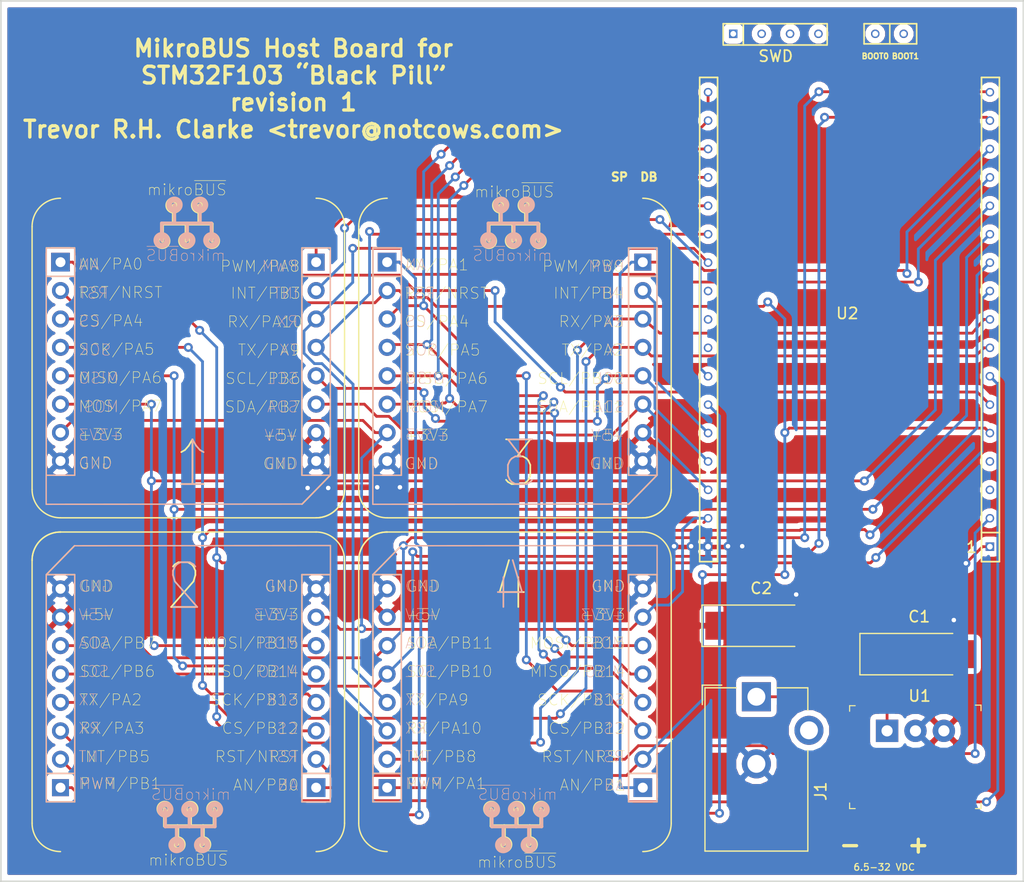
<source format=kicad_pcb>
(kicad_pcb (version 20171130) (host pcbnew "(5.0.1-3-g963ef8bb5)")
  (layers (0 F.Cu signal) (31 B.Cu signal) (34 B.Paste user) (35 F.Paste user) (36 B.SilkS user hide) (37 F.SilkS user) (38 B.Mask user) (39 F.Mask user) (44 Edge.Cuts user))
  (net 0 "")
  (net 1 "Net-(CON1-PadP2)")
  (net 2 +3V3)
  (net 3 GND)
  (net 4 +5V)
  (net 5 /TX1)
  (net 6 /RX1)
  (net 7 /RX2)
  (net 8 /TX2)
  (net 9 "Net-(C1-Pad1)")
  (net 10 "Net-(U2-Pad3)")
  (net 11 "Net-(U2-Pad4)")
  (net 12 "Net-(U2-Pad25)")
  (net 13 "Net-(U2-Pad26)")
  (net 14 "Net-(U2-Pad27)")
  (net 15 "Net-(U2-Pad35)")
  (net 16 "Net-(U2-Pad36)")
  (net 17 "Net-(U2-Pad37)")
  (net 18 "Net-(U2-Pad38)")
  (net 19 /MOSI1)
  (net 20 /MISO1)
  (net 21 /SCK1)
  (net 22 /SS1)
  (net 23 /MOSI2)
  (net 24 /MISO2)
  (net 25 /SCK2)
  (net 26 /SS2)
  (net 27 /SDA2)
  (net 28 /SCL2)
  (net 29 /A4)
  (net 30 /A3)
  (net 31 /A2)
  (net 32 /A1)
  (net 33 /SDA1)
  (net 34 /SCL1)
  (net 35 /I3)
  (net 36 /I2)
  (net 37 /I1)
  (net 38 /PWM1)
  (net 39 /I4)
  (module stmicro:BlackPill (layer F.Cu) (at 126.492 94.488 180)
    (fp_text reference U2 (at 0 0.5 180) (layer F.SilkS))
    (fp_text value BlackPill)
    (fp_text user BOOT1 (at -5.2 23.5 180) (layer F.SilkS) (effects (font (size 0.5 0.5) (thickness 0.125))))
    (fp_text user BOOT0 (at -2.5 23.5 180) (layer F.SilkS) (effects (font (size 0.5 0.5) (thickness 0.125))))
    (fp_text user 1 (at -11.1 -20.4 180) (layer F.SilkS))
    (fp_text user SWD (at 6.4 23.5 180) (layer F.SilkS))
    (pad 40 thru_hole circle (at -5.04 25.5 180) (size 0.762 0.762) (drill 0.508) (layers *.Cu *.Mask))
    (pad 39 thru_hole circle (at -2.5 25.5 180) (size 0.762 0.762) (drill 0.508) (layers *.Cu *.Mask))
    (pad 38 thru_hole circle (at 2.58 25.5 180) (size 0.762 0.762) (drill 0.508) (layers *.Cu *.Mask) (net 18 "Net-(U2-Pad38)"))
    (pad 37 thru_hole circle (at 5.12 25.5 180) (size 0.762 0.762) (drill 0.508) (layers *.Cu *.Mask) (net 17 "Net-(U2-Pad37)"))
    (pad 36 thru_hole circle (at 7.66 25.5 180) (size 0.762 0.762) (drill 0.508) (layers *.Cu *.Mask) (net 16 "Net-(U2-Pad36)"))
    (pad 1 thru_hole rect (at -12.75 -20.36 180) (size 0.762 0.762) (drill 0.508) (layers *.Cu *.Mask) (net 3 GND))
    (pad 35 thru_hole rect (at 10.2 25.5 180) (size 0.762 0.762) (drill 0.508) (layers *.Cu *.Mask) (net 15 "Net-(U2-Pad35)"))
    (pad 2 thru_hole circle (at -12.75 -17.82 180) (size 0.762 0.762) (drill 0.508) (layers *.Cu *.Mask) (net 39 /I4))
    (pad 18 thru_hole circle (at 12.45 20.28 180) (size 0.762 0.762) (drill 0.508) (layers *.Cu *.Mask) (net 26 /SS2))
    (pad 19 thru_hole circle (at 12.45 17.74 180) (size 0.762 0.762) (drill 0.508) (layers *.Cu *.Mask) (net 25 /SCK2))
    (pad 20 thru_hole circle (at 12.45 15.2 180) (size 0.762 0.762) (drill 0.508) (layers *.Cu *.Mask) (net 24 /MISO2))
    (pad 21 thru_hole circle (at 12.45 12.66 180) (size 0.762 0.762) (drill 0.508) (layers *.Cu *.Mask) (net 23 /MOSI2))
    (pad 22 thru_hole circle (at 12.45 10.12 180) (size 0.762 0.762) (drill 0.508) (layers *.Cu *.Mask) (net 38 /PWM1))
    (pad 23 thru_hole circle (at 12.45 7.58 180) (size 0.762 0.762) (drill 0.508) (layers *.Cu *.Mask) (net 5 /TX1))
    (pad 24 thru_hole circle (at 12.45 5.04 180) (size 0.762 0.762) (drill 0.508) (layers *.Cu *.Mask) (net 6 /RX1))
    (pad 25 thru_hole circle (at 12.45 2.5 180) (size 0.762 0.762) (drill 0.508) (layers *.Cu *.Mask) (net 12 "Net-(U2-Pad25)"))
    (pad 26 thru_hole circle (at 12.45 -0.04 180) (size 0.762 0.762) (drill 0.508) (layers *.Cu *.Mask) (net 13 "Net-(U2-Pad26)"))
    (pad 27 thru_hole circle (at 12.45 -2.58 180) (size 0.762 0.762) (drill 0.508) (layers *.Cu *.Mask) (net 14 "Net-(U2-Pad27)"))
    (pad 28 thru_hole circle (at 12.45 -5.12 180) (size 0.762 0.762) (drill 0.508) (layers *.Cu *.Mask) (net 37 /I1))
    (pad 29 thru_hole circle (at 12.45 -7.66 180) (size 0.762 0.762) (drill 0.508) (layers *.Cu *.Mask) (net 36 /I2))
    (pad 30 thru_hole circle (at 12.45 -10.2 180) (size 0.762 0.762) (drill 0.508) (layers *.Cu *.Mask) (net 35 /I3))
    (pad 31 thru_hole circle (at 12.45 -12.74 180) (size 0.762 0.762) (drill 0.508) (layers *.Cu *.Mask) (net 34 /SCL1))
    (pad 32 thru_hole circle (at 12.45 -15.28 180) (size 0.762 0.762) (drill 0.508) (layers *.Cu *.Mask) (net 33 /SDA1))
    (pad 33 thru_hole circle (at 12.45 -17.82 180) (size 0.762 0.762) (drill 0.508) (layers *.Cu *.Mask) (net 2 +3V3))
    (pad 34 thru_hole rect (at 12.45 -20.36 180) (size 0.762 0.762) (drill 0.508) (layers *.Cu *.Mask) (net 3 GND))
    (pad 3 thru_hole circle (at -12.75 -15.28 180) (size 0.762 0.762) (drill 0.508) (layers *.Cu *.Mask) (net 10 "Net-(U2-Pad3)"))
    (pad 4 thru_hole circle (at -12.75 -12.74 180) (size 0.762 0.762) (drill 0.508) (layers *.Cu *.Mask) (net 11 "Net-(U2-Pad4)"))
    (pad 5 thru_hole circle (at -12.75 -10.2 180) (size 0.762 0.762) (drill 0.508) (layers *.Cu *.Mask) (net 1 "Net-(CON1-PadP2)"))
    (pad 6 thru_hole circle (at -12.75 -7.66 180) (size 0.762 0.762) (drill 0.508) (layers *.Cu *.Mask) (net 32 /A1))
    (pad 7 thru_hole circle (at -12.75 -5.12 180) (size 0.762 0.762) (drill 0.508) (layers *.Cu *.Mask) (net 31 /A2))
    (pad 8 thru_hole circle (at -12.75 -2.58 180) (size 0.762 0.762) (drill 0.508) (layers *.Cu *.Mask) (net 8 /TX2))
    (pad 9 thru_hole circle (at -12.75 -0.04 180) (size 0.762 0.762) (drill 0.508) (layers *.Cu *.Mask) (net 7 /RX2))
    (pad 10 thru_hole circle (at -12.75 2.5 180) (size 0.762 0.762) (drill 0.508) (layers *.Cu *.Mask) (net 22 /SS1))
    (pad 11 thru_hole circle (at -12.75 5.04 180) (size 0.762 0.762) (drill 0.508) (layers *.Cu *.Mask) (net 21 /SCK1))
    (pad 12 thru_hole circle (at -12.75 7.58 180) (size 0.762 0.762) (drill 0.508) (layers *.Cu *.Mask) (net 20 /MISO1))
    (pad 13 thru_hole circle (at -12.75 10.12 180) (size 0.762 0.762) (drill 0.508) (layers *.Cu *.Mask) (net 19 /MOSI1))
    (pad 14 thru_hole circle (at -12.75 12.66 180) (size 0.762 0.762) (drill 0.508) (layers *.Cu *.Mask) (net 30 /A3))
    (pad 15 thru_hole circle (at -12.75 15.2 180) (size 0.762 0.762) (drill 0.508) (layers *.Cu *.Mask) (net 29 /A4))
    (pad 16 thru_hole circle (at -12.75 17.74 180) (size 0.762 0.762) (drill 0.508) (layers *.Cu *.Mask) (net 28 /SCL2))
    (pad 17 thru_hole circle (at -12.75 20.28 180) (size 0.762 0.762) (drill 0.508) (layers *.Cu *.Mask) (net 27 /SDA2))
  )
  (module Capacitors_Tantalum_SMD:CP_Tantalum_Case-C_EIA-6032-28_Hand (layer F.Cu) (at 118.795 121.92)
    (fp_text reference C2 (at 0 -3.35) (layer F.SilkS))
    (fp_text value 22u/16V)
    (pad 1 smd rect (at -3.125 0) (size 3.75 2.5) (layers F.Cu F.Paste F.Mask) (net 4 +5V))
    (pad 2 smd rect (at 3.125 0) (size 3.75 2.5) (layers F.Cu F.Paste F.Mask) (net 3 GND))
  )
  (module Capacitors_Tantalum_SMD:CP_Tantalum_Case-C_EIA-6032-28_Hand (layer F.Cu) (at 132.919 124.46)
    (fp_text reference C1 (at 0 -3.35) (layer F.SilkS))
    (fp_text value 10u/50V)
    (pad 2 smd rect (at 3.125 0) (size 3.75 2.5) (layers F.Cu F.Paste F.Mask) (net 3 GND))
    (pad 1 smd rect (at -3.125 0) (size 3.75 2.5) (layers F.Cu F.Paste F.Mask) (net 9 "Net-(C1-Pad1)"))
  )
  (module Connect:Barrel_Jack_CUI_PJ-102AH (layer F.Cu) (at 118.364 128.27)
    (fp_text reference J1 (at 5.75 8.45 90) (layer F.SilkS))
    (fp_text value "6.5-32 VDC")
    (pad 3 thru_hole circle (at 4.7 3) (size 2.6 2.6) (drill 1.6) (layers *.Cu *.Mask))
    (pad 2 thru_hole circle (at 0 6) (size 2.6 2.6) (drill 1.6) (layers *.Cu *.Mask) (net 3 GND))
    (pad 1 thru_hole rect (at 0 0) (size 2.6 2.6) (drill 1.6) (layers *.Cu *.Mask) (net 9 "Net-(C1-Pad1)"))
  )
  (module digikey-footprints:3-SIP_Module_V7805-1000 (layer F.Cu) (at 130.048 131.318)
    (fp_text reference U1 (at 2.91 -3.12) (layer F.SilkS))
    (fp_text value V7805-1000)
    (pad 1 thru_hole rect (at 0 0) (size 2 2) (drill 1) (layers *.Cu *.Mask) (net 9 "Net-(C1-Pad1)"))
    (pad 2 thru_hole circle (at 2.54 0) (size 2 2) (drill 1) (layers *.Cu *.Mask) (net 3 GND))
    (pad 3 thru_hole circle (at 5.08 0) (size 2 2) (drill 1) (layers *.Cu *.Mask) (net 4 +5V))
  )
  (module mikroBUS:MIKROBUS_HOST_CONN (layer F.Cu) (at 108.204 136.398 180)
    (fp_text reference CON4 hide)
    (fp_text value 4 (at 11.8 18 180) (layer F.SilkS) (effects (font (size 4 3.5))))
    (fp_text user 4 (at 11.8 18 180) (layer B.SilkS) (effects (font (size 4 3.5)) (justify mirror)))
    (fp_text user PWM (at 19.6248 0.362 180) (layer B.SilkS) (effects (font (thickness 0.05)) (justify mirror)))
    (fp_text user INT (at 20.1248 2.775 180) (layer B.SilkS) (effects (font (thickness 0.05)) (justify mirror)))
    (fp_text user RX (at 20.291466 5.315 180) (layer B.SilkS) (effects (font (thickness 0.05)) (justify mirror)))
    (fp_text user TX (at 20.410514 7.855 180) (layer B.SilkS) (effects (font (thickness 0.05)) (justify mirror)))
    (fp_text user SCL (at 19.886704 10.395 180) (layer B.SilkS) (effects (font (thickness 0.05)) (justify mirror)))
    (fp_text user SDA (at 19.862895 12.935 180) (layer B.SilkS) (effects (font (thickness 0.05)) (justify mirror)))
    (fp_text user +5V (at 19.743847 15.475 180) (layer B.SilkS) (effects (font (thickness 0.05)) (justify mirror)))
    (fp_text user GND (at 19.743847 18.015 180) (layer B.SilkS) (effects (font (thickness 0.05)) (justify mirror)))
    (fp_text user GND (at 3.119619 18.015 180) (layer B.SilkS) (effects (font (thickness 0.05)) (justify mirror)))
    (fp_text user +3V3 (at 3.59581 15.4496 180) (layer B.SilkS) (effects (font (thickness 0.05)) (justify mirror)))
    (fp_text user MOSI (at 3.405334 12.935 180) (layer B.SilkS) (effects (font (thickness 0.05)) (justify mirror)))
    (fp_text user MISO (at 3.405334 10.3696 180) (layer B.SilkS) (effects (font (thickness 0.05)) (justify mirror)))
    (fp_text user SCK (at 3.072 7.855 180) (layer B.SilkS) (effects (font (thickness 0.05)) (justify mirror)))
    (fp_text user CS (at 2.572 5.2896 180) (layer B.SilkS) (effects (font (thickness 0.05)) (justify mirror)))
    (fp_text user RST (at 2.952953 2.775 180) (layer B.SilkS) (effects (font (thickness 0.05)) (justify mirror)))
    (fp_text user AN (at 2.548191 0.235 180) (layer B.SilkS) (effects (font (thickness 0.05)) (justify mirror)))
    (fp_text user mikro~BUS (at 11.2 -0.6 180) (layer B.SilkS) (effects (font (thickness 0.05)) (justify mirror)))
    (fp_text user mikro~BUS (at 11.2395 -6.6675 180) (layer F.SilkS) (effects (font (thickness 0.05))))
    (fp_text user PWM/PA1 (at 17.568962 0.362 180) (layer F.SilkS) (effects (font (thickness 0.05))))
    (fp_text user INT/PB8 (at 17.997533 2.775 180) (layer F.SilkS) (effects (font (thickness 0.05))))
    (fp_text user RX/PA10 (at 17.759438 5.315 180) (layer F.SilkS) (effects (font (thickness 0.05))))
    (fp_text user TX/PA9 (at 18.354676 7.855 180) (layer F.SilkS) (effects (font (thickness 0.05))))
    (fp_text user SCL/PB10 (at 17.283247 10.395 180) (layer F.SilkS) (effects (font (thickness 0.05))))
    (fp_text user SDA/PB11 (at 17.259438 12.935 180) (layer F.SilkS) (effects (font (thickness 0.05))))
    (fp_text user +5V (at 19.616581 15.475 180) (layer F.SilkS) (effects (font (thickness 0.05))))
    (fp_text user GND (at 19.616581 18.015 180) (layer F.SilkS) (effects (font (thickness 0.05))))
    (fp_text user GND (at 3.063809 18.015 180) (layer F.SilkS) (effects (font (thickness 0.05))))
    (fp_text user +3V3 (at 3.54 15.475 180) (layer F.SilkS) (effects (font (thickness 0.05))))
    (fp_text user MOSI/PB15 (at 5.825715 12.935 180) (layer F.SilkS) (effects (font (thickness 0.05))))
    (fp_text user MISO/PB14 (at 5.825715 10.395 180) (layer F.SilkS) (effects (font (thickness 0.05))))
    (fp_text user SCK/PB13 (at 5.492381 7.855 180) (layer F.SilkS) (effects (font (thickness 0.05))))
    (fp_text user CS/PB12 (at 4.992381 5.315 180) (layer F.SilkS) (effects (font (thickness 0.05))))
    (fp_text user RST/NRST (at 5.301905 2.775 180) (layer F.SilkS) (effects (font (thickness 0.05))))
    (fp_text user AN/PB1 (at 4.492381 0.235 180) (layer F.SilkS) (effects (font (thickness 0.05))))
    (pad P16 thru_hole rect (at 22.86 0 180) (size 1.524 1.524) (drill 0.889) (layers *.Cu *.Mask) (net 31 /A2))
    (pad P15 thru_hole circle (at 22.86 2.54 180) (size 1.524 1.524) (drill 0.889) (layers *.Cu *.Mask) (net 39 /I4))
    (pad P14 thru_hole circle (at 22.86 5.08 180) (size 1.524 1.524) (drill 0.889) (layers *.Cu *.Mask) (net 6 /RX1))
    (pad P13 thru_hole circle (at 22.86 7.62 180) (size 1.524 1.524) (drill 0.889) (layers *.Cu *.Mask) (net 5 /TX1))
    (pad P12 thru_hole circle (at 22.86 10.16 180) (size 1.524 1.524) (drill 0.889) (layers *.Cu *.Mask) (net 28 /SCL2))
    (pad P11 thru_hole circle (at 22.86 12.7 180) (size 1.524 1.524) (drill 0.889) (layers *.Cu *.Mask) (net 27 /SDA2))
    (pad P10 thru_hole circle (at 22.86 15.24 180) (size 1.524 1.524) (drill 0.889) (layers *.Cu *.Mask) (net 4 +5V))
    (pad P9 thru_hole circle (at 22.86 17.78 180) (size 1.524 1.524) (drill 0.889) (layers *.Cu *.Mask) (net 3 GND))
    (pad P8 thru_hole circle (at 0 17.78 180) (size 1.524 1.524) (drill 0.889) (layers *.Cu *.Mask) (net 3 GND))
    (pad P7 thru_hole circle (at 0 15.24 180) (size 1.524 1.524) (drill 0.889) (layers *.Cu *.Mask) (net 2 +3V3))
    (pad P6 thru_hole circle (at 0 12.7 180) (size 1.524 1.524) (drill 0.889) (layers *.Cu *.Mask) (net 23 /MOSI2))
    (pad P5 thru_hole circle (at 0 10.16 180) (size 1.524 1.524) (drill 0.889) (layers *.Cu *.Mask) (net 24 /MISO2))
    (pad P4 thru_hole circle (at 0 7.62 180) (size 1.524 1.524) (drill 0.889) (layers *.Cu *.Mask) (net 25 /SCK2))
    (pad P3 thru_hole circle (at 0 5.08 180) (size 1.524 1.524) (drill 0.889) (layers *.Cu *.Mask) (net 26 /SS2))
    (pad P2 thru_hole circle (at 0 2.54 180) (size 1.524 1.524) (drill 0.889) (layers *.Cu *.Mask) (net 1 "Net-(CON1-PadP2)"))
    (pad P1 thru_hole rect (at 0 0 180) (size 1.6764 1.6764) (drill 0.889) (layers *.Cu *.Mask) (net 29 /A4))
  )
  (module mikroBUS:MIKROBUS_HOST_CONN (layer F.Cu) (at 85.344 89.408)
    (fp_text reference CON3 hide)
    (fp_text value 3 (at 11.8 18) (layer F.SilkS) (effects (font (size 4 3.5))))
    (fp_text user AN/PA1 (at 4.420952 0.235) (layer F.SilkS) (effects (font (thickness 0.05))))
    (fp_text user RST/NRST (at 5.301905 2.775) (layer F.SilkS) (effects (font (thickness 0.05))))
    (fp_text user CS/PA4 (at 4.444762 5.315) (layer F.SilkS) (effects (font (thickness 0.05))))
    (fp_text user SCK/PA5 (at 4.944762 7.855) (layer F.SilkS) (effects (font (thickness 0.05))))
    (fp_text user MISO/PA6 (at 5.278095 10.395) (layer F.SilkS) (effects (font (thickness 0.05))))
    (fp_text user MOSI/PA7 (at 5.278095 12.935) (layer F.SilkS) (effects (font (thickness 0.05))))
    (fp_text user +3V3 (at 3.54 15.475) (layer F.SilkS) (effects (font (thickness 0.05))))
    (fp_text user GND (at 3.063809 18.015) (layer F.SilkS) (effects (font (thickness 0.05))))
    (fp_text user GND (at 19.616581 18.015) (layer F.SilkS) (effects (font (thickness 0.05))))
    (fp_text user +5V (at 19.616581 15.475) (layer F.SilkS) (effects (font (thickness 0.05))))
    (fp_text user SDA/PB11 (at 17.259438 12.935) (layer F.SilkS) (effects (font (thickness 0.05))))
    (fp_text user SCL/PB10 (at 17.283248 10.395) (layer F.SilkS) (effects (font (thickness 0.05))))
    (fp_text user TX/PA2 (at 18.354676 7.855) (layer F.SilkS) (effects (font (thickness 0.05))))
    (fp_text user RX/PA3 (at 18.235629 5.315) (layer F.SilkS) (effects (font (thickness 0.05))))
    (fp_text user INT/PB4 (at 17.997534 2.775) (layer F.SilkS) (effects (font (thickness 0.05))))
    (fp_text user PWM/PB0 (at 17.497534 0.362) (layer F.SilkS) (effects (font (thickness 0.05))))
    (fp_text user mikro~BUS (at 11.3665 -6.2865) (layer F.SilkS) (effects (font (thickness 0.05))))
    (fp_text user mikro~BUS (at 11.2 -0.6) (layer B.SilkS) (effects (font (thickness 0.05)) (justify mirror)))
    (fp_text user AN (at 2.548191 0.235) (layer B.SilkS) (effects (font (thickness 0.05)) (justify mirror)))
    (fp_text user RST (at 2.952953 2.775) (layer B.SilkS) (effects (font (thickness 0.05)) (justify mirror)))
    (fp_text user CS (at 2.572 5.2896) (layer B.SilkS) (effects (font (thickness 0.05)) (justify mirror)))
    (fp_text user SCK (at 3.072 7.855) (layer B.SilkS) (effects (font (thickness 0.05)) (justify mirror)))
    (fp_text user MISO (at 3.405334 10.3696) (layer B.SilkS) (effects (font (thickness 0.05)) (justify mirror)))
    (fp_text user MOSI (at 3.405334 12.935) (layer B.SilkS) (effects (font (thickness 0.05)) (justify mirror)))
    (fp_text user +3V3 (at 3.59581 15.4496) (layer B.SilkS) (effects (font (thickness 0.05)) (justify mirror)))
    (fp_text user GND (at 3.119619 18.015) (layer B.SilkS) (effects (font (thickness 0.05)) (justify mirror)))
    (fp_text user GND (at 19.743847 18.015) (layer B.SilkS) (effects (font (thickness 0.05)) (justify mirror)))
    (fp_text user +5V (at 19.743847 15.475) (layer B.SilkS) (effects (font (thickness 0.05)) (justify mirror)))
    (fp_text user SDA (at 19.862895 12.935) (layer B.SilkS) (effects (font (thickness 0.05)) (justify mirror)))
    (fp_text user SCL (at 19.886704 10.395) (layer B.SilkS) (effects (font (thickness 0.05)) (justify mirror)))
    (fp_text user TX (at 20.410514 7.855) (layer B.SilkS) (effects (font (thickness 0.05)) (justify mirror)))
    (fp_text user RX (at 20.291466 5.315) (layer B.SilkS) (effects (font (thickness 0.05)) (justify mirror)))
    (fp_text user INT (at 20.1248 2.775) (layer B.SilkS) (effects (font (thickness 0.05)) (justify mirror)))
    (fp_text user PWM (at 19.6248 0.362) (layer B.SilkS) (effects (font (thickness 0.05)) (justify mirror)))
    (fp_text user 3 (at 11.8 18) (layer B.SilkS) (effects (font (size 4 3.5)) (justify mirror)))
    (pad P1 thru_hole rect (at 0 0) (size 1.6764 1.6764) (drill 0.889) (layers *.Cu *.Mask) (net 30 /A3))
    (pad P2 thru_hole circle (at 0 2.54) (size 1.524 1.524) (drill 0.889) (layers *.Cu *.Mask) (net 1 "Net-(CON1-PadP2)"))
    (pad P3 thru_hole circle (at 0 5.08) (size 1.524 1.524) (drill 0.889) (layers *.Cu *.Mask) (net 26 /SS2))
    (pad P4 thru_hole circle (at 0 7.62) (size 1.524 1.524) (drill 0.889) (layers *.Cu *.Mask) (net 25 /SCK2))
    (pad P5 thru_hole circle (at 0 10.16) (size 1.524 1.524) (drill 0.889) (layers *.Cu *.Mask) (net 24 /MISO2))
    (pad P6 thru_hole circle (at 0 12.7) (size 1.524 1.524) (drill 0.889) (layers *.Cu *.Mask) (net 23 /MOSI2))
    (pad P7 thru_hole circle (at 0 15.24) (size 1.524 1.524) (drill 0.889) (layers *.Cu *.Mask) (net 2 +3V3))
    (pad P8 thru_hole circle (at 0 17.78) (size 1.524 1.524) (drill 0.889) (layers *.Cu *.Mask) (net 3 GND))
    (pad P9 thru_hole circle (at 22.86 17.78) (size 1.524 1.524) (drill 0.889) (layers *.Cu *.Mask) (net 3 GND))
    (pad P10 thru_hole circle (at 22.86 15.24) (size 1.524 1.524) (drill 0.889) (layers *.Cu *.Mask) (net 4 +5V))
    (pad P11 thru_hole circle (at 22.86 12.7) (size 1.524 1.524) (drill 0.889) (layers *.Cu *.Mask) (net 33 /SDA1))
    (pad P12 thru_hole circle (at 22.86 10.16) (size 1.524 1.524) (drill 0.889) (layers *.Cu *.Mask) (net 34 /SCL1))
    (pad P13 thru_hole circle (at 22.86 7.62) (size 1.524 1.524) (drill 0.889) (layers *.Cu *.Mask) (net 8 /TX2))
    (pad P14 thru_hole circle (at 22.86 5.08) (size 1.524 1.524) (drill 0.889) (layers *.Cu *.Mask) (net 7 /RX2))
    (pad P15 thru_hole circle (at 22.86 2.54) (size 1.524 1.524) (drill 0.889) (layers *.Cu *.Mask) (net 35 /I3))
    (pad P16 thru_hole rect (at 22.86 0) (size 1.524 1.524) (drill 0.889) (layers *.Cu *.Mask) (net 29 /A4))
  )
  (module mikroBUS:MIKROBUS_HOST_CONN (layer F.Cu) (at 78.994 136.398 180)
    (fp_text reference CON2 hide)
    (fp_text value 2 (at 11.8 18 180) (layer F.SilkS) (effects (font (size 4 3.5))))
    (fp_text user 2 (at 11.8 18 180) (layer B.SilkS) (effects (font (size 4 3.5)) (justify mirror)))
    (fp_text user PWM (at 19.6248 0.362 180) (layer B.SilkS) (effects (font (thickness 0.05)) (justify mirror)))
    (fp_text user INT (at 20.1248 2.775 180) (layer B.SilkS) (effects (font (thickness 0.05)) (justify mirror)))
    (fp_text user RX (at 20.291466 5.315 180) (layer B.SilkS) (effects (font (thickness 0.05)) (justify mirror)))
    (fp_text user TX (at 20.410514 7.855 180) (layer B.SilkS) (effects (font (thickness 0.05)) (justify mirror)))
    (fp_text user SCL (at 19.886704 10.395 180) (layer B.SilkS) (effects (font (thickness 0.05)) (justify mirror)))
    (fp_text user SDA (at 19.862895 12.935 180) (layer B.SilkS) (effects (font (thickness 0.05)) (justify mirror)))
    (fp_text user +5V (at 19.743847 15.475 180) (layer B.SilkS) (effects (font (thickness 0.05)) (justify mirror)))
    (fp_text user GND (at 19.743847 18.015 180) (layer B.SilkS) (effects (font (thickness 0.05)) (justify mirror)))
    (fp_text user GND (at 3.119619 18.015 180) (layer B.SilkS) (effects (font (thickness 0.05)) (justify mirror)))
    (fp_text user +3V3 (at 3.59581 15.4496 180) (layer B.SilkS) (effects (font (thickness 0.05)) (justify mirror)))
    (fp_text user MOSI (at 3.405334 12.935 180) (layer B.SilkS) (effects (font (thickness 0.05)) (justify mirror)))
    (fp_text user MISO (at 3.405334 10.3696 180) (layer B.SilkS) (effects (font (thickness 0.05)) (justify mirror)))
    (fp_text user SCK (at 3.072 7.855 180) (layer B.SilkS) (effects (font (thickness 0.05)) (justify mirror)))
    (fp_text user CS (at 2.572 5.2896 180) (layer B.SilkS) (effects (font (thickness 0.05)) (justify mirror)))
    (fp_text user RST (at 2.952953 2.775 180) (layer B.SilkS) (effects (font (thickness 0.05)) (justify mirror)))
    (fp_text user AN (at 2.548191 0.235 180) (layer B.SilkS) (effects (font (thickness 0.05)) (justify mirror)))
    (fp_text user mikro~BUS (at 11.2 -0.6 180) (layer B.SilkS) (effects (font (thickness 0.05)) (justify mirror)))
    (fp_text user mikro~BUS (at 11.43 -6.477 180) (layer F.SilkS) (effects (font (thickness 0.05))))
    (fp_text user PWM/PB1 (at 17.497533 0.362 180) (layer F.SilkS) (effects (font (thickness 0.05))))
    (fp_text user INT/PB5 (at 17.997533 2.775 180) (layer F.SilkS) (effects (font (thickness 0.05))))
    (fp_text user RX/PA3 (at 18.235628 5.315 180) (layer F.SilkS) (effects (font (thickness 0.05))))
    (fp_text user TX/PA2 (at 18.354676 7.855 180) (layer F.SilkS) (effects (font (thickness 0.05))))
    (fp_text user SCL/PB6 (at 17.759438 10.395 180) (layer F.SilkS) (effects (font (thickness 0.05))))
    (fp_text user SDA/PB7 (at 17.735628 12.935 180) (layer F.SilkS) (effects (font (thickness 0.05))))
    (fp_text user +5V (at 19.616581 15.475 180) (layer F.SilkS) (effects (font (thickness 0.05))))
    (fp_text user GND (at 19.616581 18.015 180) (layer F.SilkS) (effects (font (thickness 0.05))))
    (fp_text user GND (at 3.063809 18.015 180) (layer F.SilkS) (effects (font (thickness 0.05))))
    (fp_text user +3V3 (at 3.54 15.475 180) (layer F.SilkS) (effects (font (thickness 0.05))))
    (fp_text user MOSI/PB15 (at 5.825715 12.935 180) (layer F.SilkS) (effects (font (thickness 0.05))))
    (fp_text user MISO/PB14 (at 5.825715 10.395 180) (layer F.SilkS) (effects (font (thickness 0.05))))
    (fp_text user SCK/PB13 (at 5.492381 7.855 180) (layer F.SilkS) (effects (font (thickness 0.05))))
    (fp_text user CS/PB12 (at 4.992381 5.315 180) (layer F.SilkS) (effects (font (thickness 0.05))))
    (fp_text user RST/NRST (at 5.301905 2.775 180) (layer F.SilkS) (effects (font (thickness 0.05))))
    (fp_text user AN/PB0 (at 4.492381 0.235 180) (layer F.SilkS) (effects (font (thickness 0.05))))
    (pad P16 thru_hole rect (at 22.86 0 180) (size 1.524 1.524) (drill 0.889) (layers *.Cu *.Mask) (net 30 /A3))
    (pad P15 thru_hole circle (at 22.86 2.54 180) (size 1.524 1.524) (drill 0.889) (layers *.Cu *.Mask) (net 36 /I2))
    (pad P14 thru_hole circle (at 22.86 5.08 180) (size 1.524 1.524) (drill 0.889) (layers *.Cu *.Mask) (net 7 /RX2))
    (pad P13 thru_hole circle (at 22.86 7.62 180) (size 1.524 1.524) (drill 0.889) (layers *.Cu *.Mask) (net 8 /TX2))
    (pad P12 thru_hole circle (at 22.86 10.16 180) (size 1.524 1.524) (drill 0.889) (layers *.Cu *.Mask) (net 28 /SCL2))
    (pad P11 thru_hole circle (at 22.86 12.7 180) (size 1.524 1.524) (drill 0.889) (layers *.Cu *.Mask) (net 27 /SDA2))
    (pad P10 thru_hole circle (at 22.86 15.24 180) (size 1.524 1.524) (drill 0.889) (layers *.Cu *.Mask) (net 4 +5V))
    (pad P9 thru_hole circle (at 22.86 17.78 180) (size 1.524 1.524) (drill 0.889) (layers *.Cu *.Mask) (net 3 GND))
    (pad P8 thru_hole circle (at 0 17.78 180) (size 1.524 1.524) (drill 0.889) (layers *.Cu *.Mask) (net 3 GND))
    (pad P7 thru_hole circle (at 0 15.24 180) (size 1.524 1.524) (drill 0.889) (layers *.Cu *.Mask) (net 2 +3V3))
    (pad P6 thru_hole circle (at 0 12.7 180) (size 1.524 1.524) (drill 0.889) (layers *.Cu *.Mask) (net 19 /MOSI1))
    (pad P5 thru_hole circle (at 0 10.16 180) (size 1.524 1.524) (drill 0.889) (layers *.Cu *.Mask) (net 20 /MISO1))
    (pad P4 thru_hole circle (at 0 7.62 180) (size 1.524 1.524) (drill 0.889) (layers *.Cu *.Mask) (net 21 /SCK1))
    (pad P3 thru_hole circle (at 0 5.08 180) (size 1.524 1.524) (drill 0.889) (layers *.Cu *.Mask) (net 22 /SS1))
    (pad P2 thru_hole circle (at 0 2.54 180) (size 1.524 1.524) (drill 0.889) (layers *.Cu *.Mask) (net 1 "Net-(CON1-PadP2)"))
    (pad P1 thru_hole rect (at 0 0 180) (size 1.6764 1.6764) (drill 0.889) (layers *.Cu *.Mask) (net 31 /A2))
  )
  (module mikroBUS:MIKROBUS_HOST_CONN (layer F.Cu) (at 56.134 89.408)
    (fp_text reference CON1 hide)
    (fp_text value 1 (at 11.8 18) (layer F.SilkS) (effects (font (size 4 3.5))))
    (fp_text user AN/PA0 (at 4.49269 0.1715) (layer F.SilkS) (effects (font (thickness 0.05))))
    (fp_text user RST/NRST (at 5.373643 2.7115) (layer F.SilkS) (effects (font (thickness 0.05))))
    (fp_text user CS/PA4 (at 4.5165 5.2515) (layer F.SilkS) (effects (font (thickness 0.05))))
    (fp_text user SCK/PA5 (at 5.0165 7.7915) (layer F.SilkS) (effects (font (thickness 0.05))))
    (fp_text user MISO/PA6 (at 5.349833 10.3315) (layer F.SilkS) (effects (font (thickness 0.05))))
    (fp_text user MOSI/PA7 (at 5.349833 12.8715) (layer F.SilkS) (effects (font (thickness 0.05))))
    (fp_text user +3V3 (at 3.611738 15.4115) (layer F.SilkS) (effects (font (thickness 0.05))))
    (fp_text user GND (at 3.135547 17.9515) (layer F.SilkS) (effects (font (thickness 0.05))))
    (fp_text user GND (at 19.616581 18.015) (layer F.SilkS) (effects (font (thickness 0.05))))
    (fp_text user +5V (at 19.616581 15.475) (layer F.SilkS) (effects (font (thickness 0.05))))
    (fp_text user SDA/PB7 (at 18.084629 12.935) (layer F.SilkS) (effects (font (thickness 0.05))))
    (fp_text user SCL/PB6 (at 18.108438 10.395) (layer F.SilkS) (effects (font (thickness 0.05))))
    (fp_text user TX/PA9 (at 18.632248 7.855) (layer F.SilkS) (effects (font (thickness 0.05))))
    (fp_text user RX/PA10 (at 18.288 5.334) (layer F.SilkS) (effects (font (thickness 0.05))))
    (fp_text user INT/PB3 (at 18.346534 2.775) (layer F.SilkS) (effects (font (thickness 0.05))))
    (fp_text user PWM/PA8 (at 17.846534 0.362) (layer F.SilkS) (effects (font (thickness 0.05))))
    (fp_text user mikro~BUS (at 11.303 -6.477) (layer F.SilkS) (effects (font (thickness 0.05))))
    (fp_text user mikro~BUS (at 11.2 -0.6) (layer B.SilkS) (effects (font (thickness 0.05)) (justify mirror)))
    (fp_text user AN (at 2.548191 0.235) (layer B.SilkS) (effects (font (thickness 0.05)) (justify mirror)))
    (fp_text user RST (at 2.952953 2.775) (layer B.SilkS) (effects (font (thickness 0.05)) (justify mirror)))
    (fp_text user CS (at 2.572 5.2896) (layer B.SilkS) (effects (font (thickness 0.05)) (justify mirror)))
    (fp_text user SCK (at 3.072 7.855) (layer B.SilkS) (effects (font (thickness 0.05)) (justify mirror)))
    (fp_text user MISO (at 3.405334 10.3696) (layer B.SilkS) (effects (font (thickness 0.05)) (justify mirror)))
    (fp_text user MOSI (at 3.405334 12.935) (layer B.SilkS) (effects (font (thickness 0.05)) (justify mirror)))
    (fp_text user +3V3 (at 3.59581 15.4496) (layer B.SilkS) (effects (font (thickness 0.05)) (justify mirror)))
    (fp_text user GND (at 3.119619 18.015) (layer B.SilkS) (effects (font (thickness 0.05)) (justify mirror)))
    (fp_text user GND (at 19.743847 18.015) (layer B.SilkS) (effects (font (thickness 0.05)) (justify mirror)))
    (fp_text user +5V (at 19.743847 15.475) (layer B.SilkS) (effects (font (thickness 0.05)) (justify mirror)))
    (fp_text user SDA (at 19.862895 12.935) (layer B.SilkS) (effects (font (thickness 0.05)) (justify mirror)))
    (fp_text user SCL (at 19.886704 10.395) (layer B.SilkS) (effects (font (thickness 0.05)) (justify mirror)))
    (fp_text user TX (at 20.410514 7.855) (layer B.SilkS) (effects (font (thickness 0.05)) (justify mirror)))
    (fp_text user RX (at 20.291466 5.315) (layer B.SilkS) (effects (font (thickness 0.05)) (justify mirror)))
    (fp_text user INT (at 20.1248 2.775) (layer B.SilkS) (effects (font (thickness 0.05)) (justify mirror)))
    (fp_text user PWM (at 19.6248 0.362) (layer B.SilkS) (effects (font (thickness 0.05)) (justify mirror)))
    (fp_text user 1 (at 11.8 18) (layer B.SilkS) (effects (font (size 4 3.5)) (justify mirror)))
    (pad P1 thru_hole rect (at 0 0) (size 1.6764 1.6764) (drill 0.889) (layers *.Cu *.Mask) (net 32 /A1))
    (pad P2 thru_hole circle (at 0 2.54) (size 1.524 1.524) (drill 0.889) (layers *.Cu *.Mask) (net 1 "Net-(CON1-PadP2)"))
    (pad P3 thru_hole circle (at 0 5.08) (size 1.524 1.524) (drill 0.889) (layers *.Cu *.Mask) (net 22 /SS1))
    (pad P4 thru_hole circle (at 0 7.62) (size 1.524 1.524) (drill 0.889) (layers *.Cu *.Mask) (net 21 /SCK1))
    (pad P5 thru_hole circle (at 0 10.16) (size 1.524 1.524) (drill 0.889) (layers *.Cu *.Mask) (net 20 /MISO1))
    (pad P6 thru_hole circle (at 0 12.7) (size 1.524 1.524) (drill 0.889) (layers *.Cu *.Mask) (net 19 /MOSI1))
    (pad P7 thru_hole circle (at 0 15.24) (size 1.524 1.524) (drill 0.889) (layers *.Cu *.Mask) (net 2 +3V3))
    (pad P8 thru_hole circle (at 0 17.78) (size 1.524 1.524) (drill 0.889) (layers *.Cu *.Mask) (net 3 GND))
    (pad P9 thru_hole circle (at 22.86 17.78) (size 1.524 1.524) (drill 0.889) (layers *.Cu *.Mask) (net 3 GND))
    (pad P10 thru_hole circle (at 22.86 15.24) (size 1.524 1.524) (drill 0.889) (layers *.Cu *.Mask) (net 4 +5V))
    (pad P11 thru_hole circle (at 22.86 12.7) (size 1.524 1.524) (drill 0.889) (layers *.Cu *.Mask) (net 33 /SDA1))
    (pad P12 thru_hole circle (at 22.86 10.16) (size 1.524 1.524) (drill 0.889) (layers *.Cu *.Mask) (net 34 /SCL1))
    (pad P13 thru_hole circle (at 22.86 7.62) (size 1.524 1.524) (drill 0.889) (layers *.Cu *.Mask) (net 5 /TX1))
    (pad P14 thru_hole circle (at 22.86 5.08) (size 1.524 1.524) (drill 0.889) (layers *.Cu *.Mask) (net 6 /RX1))
    (pad P15 thru_hole circle (at 22.86 2.54) (size 1.524 1.524) (drill 0.889) (layers *.Cu *.Mask) (net 37 /I1))
    (pad P16 thru_hole rect (at 22.86 0) (size 1.524 1.524) (drill 0.889) (layers *.Cu *.Mask) (net 38 /PWM1))
  )
  (gr_text "SP  DB" (at 107.442 81.788) (layer F.SilkS) (effects (font (size 0.75 0.75) (thickness 0.1875))))
  (gr_text "MikroBUS Host Board for\nSTM32F103 “Black Pill”\nrevision 1\nTrevor R.H. Clarke <trevor@notcows.com>" (at 76.962 73.914) (layer F.SilkS) (effects (font (size 1.5 1.5) (thickness 0.3))))
  (gr_text "6.5-32 VDC" (at 129.794 143.51) (layer F.SilkS) (effects (font (size 0.6 0.6) (thickness 0.1))))
  (gr_text + (at 132.842 141.478) (layer F.SilkS) (effects (font (size 1.5 1.5) (thickness 0.3))))
  (gr_text - (at 126.746 141.478) (layer F.SilkS) (effects (font (size 1.5 1.5) (thickness 0.3))))
  (gr_line (start 50.8 66.04) (end 50.8 144.78) (layer Edge.Cuts) (width 0.15))
  (gr_line (start 142.24 66.04) (end 50.8 66.04) (layer Edge.Cuts) (width 0.15))
  (gr_line (start 142.24 144.78) (end 142.24 66.04) (layer Edge.Cuts) (width 0.15))
  (gr_line (start 50.8 144.78) (end 142.24 144.78) (layer Edge.Cuts) (width 0.15))
  (segment (start 106.751001 135.310999) (end 107.442001 134.619999) (width 0.25) (layer F.Cu) (net 1))
  (segment (start 80.446999 135.310999) (end 106.751001 135.310999) (width 0.25) (layer F.Cu) (net 1))
  (segment (start 107.442001 134.619999) (end 108.204 133.858) (width 0.25) (layer F.Cu) (net 1))
  (segment (start 78.994 133.858) (end 80.446999 135.310999) (width 0.25) (layer F.Cu) (net 1))
  (via (at 120.904 104.648) (size 0.8) (drill 0.4) (layers F.Cu B.Cu) (net 1))
  (segment (start 138.861001 104.307001) (end 139.242 104.688) (width 0.25) (layer F.Cu) (net 1))
  (segment (start 121.303999 104.248001) (end 138.802001 104.248001) (width 0.25) (layer F.Cu) (net 1))
  (segment (start 138.802001 104.248001) (end 138.861001 104.307001) (width 0.25) (layer F.Cu) (net 1))
  (segment (start 120.904 104.648) (end 121.303999 104.248001) (width 0.25) (layer F.Cu) (net 1))
  (via (at 119.38 92.964) (size 0.8) (drill 0.4) (layers F.Cu B.Cu) (net 1))
  (segment (start 120.904 94.488) (end 120.904 104.648) (width 0.25) (layer B.Cu) (net 1))
  (segment (start 119.38 92.964) (end 120.904 94.488) (width 0.25) (layer B.Cu) (net 1))
  (segment (start 84.582001 92.709999) (end 85.344 91.948) (width 0.25) (layer F.Cu) (net 1))
  (segment (start 84.256999 93.035001) (end 84.582001 92.709999) (width 0.25) (layer F.Cu) (net 1))
  (segment (start 57.221001 93.035001) (end 84.256999 93.035001) (width 0.25) (layer F.Cu) (net 1))
  (segment (start 56.134 91.948) (end 57.221001 93.035001) (width 0.25) (layer F.Cu) (net 1))
  (segment (start 89.725214 93.363999) (end 118.980001 93.363999) (width 0.25) (layer F.Cu) (net 1))
  (segment (start 85.344 91.948) (end 86.42163 91.948) (width 0.25) (layer F.Cu) (net 1))
  (segment (start 86.42163 91.948) (end 87.048763 92.575133) (width 0.25) (layer F.Cu) (net 1))
  (segment (start 87.048763 92.575133) (end 88.936348 92.575133) (width 0.25) (layer F.Cu) (net 1))
  (segment (start 118.980001 93.363999) (end 119.38 92.964) (width 0.25) (layer F.Cu) (net 1))
  (segment (start 88.936348 92.575133) (end 89.725214 93.363999) (width 0.25) (layer F.Cu) (net 1))
  (via (at 113.538 117.348) (size 0.8) (drill 0.4) (layers F.Cu B.Cu) (net 1))
  (segment (start 113.538 128.524) (end 113.538 117.348) (width 0.25) (layer B.Cu) (net 1))
  (segment (start 108.204 133.858) (end 113.538 128.524) (width 0.25) (layer B.Cu) (net 1))
  (via (at 120.904 117.348) (size 0.8) (drill 0.4) (layers F.Cu B.Cu) (net 1))
  (segment (start 120.904 104.648) (end 120.904 117.348) (width 0.25) (layer B.Cu) (net 1))
  (segment (start 120.904 117.348) (end 113.538 117.348) (width 0.25) (layer F.Cu) (net 1))
  (segment (start 113.661001 112.688999) (end 114.042 112.308) (width 0.25) (layer F.Cu) (net 2))
  (segment (start 107.442001 121.919999) (end 108.204 121.158) (width 0.25) (layer F.Cu) (net 2))
  (segment (start 107.116999 122.245001) (end 107.442001 121.919999) (width 0.25) (layer F.Cu) (net 2))
  (segment (start 80.07163 121.158) (end 81.158631 122.245001) (width 0.25) (layer F.Cu) (net 2))
  (segment (start 78.994 121.158) (end 80.07163 121.158) (width 0.25) (layer F.Cu) (net 2))
  (segment (start 99.06 122.245001) (end 107.116999 122.245001) (width 0.25) (layer F.Cu) (net 2))
  (segment (start 81.158631 122.245001) (end 99.06 122.245001) (width 0.25) (layer F.Cu) (net 2))
  (segment (start 56.895999 103.886001) (end 56.134 104.648) (width 0.25) (layer F.Cu) (net 2))
  (segment (start 57.221001 103.560999) (end 56.895999 103.886001) (width 0.25) (layer F.Cu) (net 2))
  (segment (start 83.179369 103.560999) (end 57.221001 103.560999) (width 0.25) (layer F.Cu) (net 2))
  (segment (start 84.26637 104.648) (end 83.179369 103.560999) (width 0.25) (layer F.Cu) (net 2))
  (segment (start 85.344 104.648) (end 84.26637 104.648) (width 0.25) (layer F.Cu) (net 2))
  (segment (start 85.344 104.648) (end 83.058 106.934) (width 0.25) (layer B.Cu) (net 2))
  (via (at 83.058 122.174) (size 0.8) (drill 0.4) (layers F.Cu B.Cu) (net 2))
  (segment (start 83.058 106.934) (end 83.058 122.174) (width 0.25) (layer B.Cu) (net 2))
  (segment (start 112.816 112.308) (end 114.042 112.308) (width 0.25) (layer B.Cu) (net 2))
  (segment (start 111.76 113.284) (end 112.776 112.3315) (width 0.25) (layer B.Cu) (net 2))
  (segment (start 111.76 118.872) (end 111.76 113.284) (width 0.25) (layer B.Cu) (net 2))
  (segment (start 110.561001 120.070999) (end 111.76 118.872) (width 0.25) (layer B.Cu) (net 2))
  (segment (start 109.291001 120.070999) (end 110.561001 120.070999) (width 0.25) (layer B.Cu) (net 2))
  (segment (start 108.204 121.158) (end 109.291001 120.070999) (width 0.25) (layer B.Cu) (net 2))
  (via (at 121.92 119.126) (size 0.8) (drill 0.4) (layers F.Cu B.Cu) (net 3))
  (segment (start 121.92 121.92) (end 121.92 119.126) (width 0.25) (layer F.Cu) (net 3))
  (via (at 115.824 114.808) (size 0.8) (drill 0.4) (layers F.Cu B.Cu) (net 3))
  (via (at 112.522 114.808) (size 0.8) (drill 0.4) (layers F.Cu B.Cu) (net 3))
  (via (at 110.998 114.808) (size 0.8) (drill 0.4) (layers F.Cu B.Cu) (net 3))
  (via (at 117.094 114.808) (size 0.8) (drill 0.4) (layers F.Cu B.Cu) (net 3))
  (via (at 84.455 109.5375) (size 0.8) (drill 0.4) (layers F.Cu B.Cu) (net 3))
  (via (at 86.487 109.5375) (size 0.8) (drill 0.4) (layers F.Cu B.Cu) (net 3))
  (via (at 80.0735 109.601) (size 0.8) (drill 0.4) (layers F.Cu B.Cu) (net 3))
  (via (at 78.232 109.601) (size 0.8) (drill 0.4) (layers F.Cu B.Cu) (net 3))
  (segment (start 86.487 109.5375) (end 84.455 109.5375) (width 0.5) (layer F.Cu) (net 3))
  (segment (start 80.137 109.5375) (end 80.0735 109.601) (width 0.25) (layer F.Cu) (net 3))
  (segment (start 84.455 109.5375) (end 80.137 109.5375) (width 0.5) (layer F.Cu) (net 3))
  (segment (start 80.0735 109.601) (end 78.232 109.601) (width 0.5) (layer F.Cu) (net 3))
  (via (at 136.017 121.412) (size 0.8) (drill 0.4) (layers F.Cu B.Cu) (net 3))
  (segment (start 136.044 121.439) (end 136.017 121.412) (width 0.25) (layer F.Cu) (net 3))
  (segment (start 136.044 124.46) (end 136.044 121.439) (width 0.25) (layer F.Cu) (net 3))
  (via (at 137.0965 116.332) (size 0.8) (drill 0.4) (layers F.Cu B.Cu) (net 3))
  (segment (start 138.5805 114.848) (end 137.0965 116.332) (width 0.25) (layer F.Cu) (net 3))
  (segment (start 139.242 114.848) (end 138.5805 114.848) (width 0.25) (layer F.Cu) (net 3))
  (segment (start 84.582001 128.016001) (end 85.344 128.778) (width 0.25) (layer B.Cu) (net 5))
  (segment (start 82.296 125.73) (end 84.582001 128.016001) (width 0.25) (layer B.Cu) (net 5))
  (segment (start 82.296 100.33) (end 82.296 125.73) (width 0.25) (layer B.Cu) (net 5))
  (segment (start 78.994 97.028) (end 82.296 100.33) (width 0.25) (layer B.Cu) (net 5))
  (segment (start 114.042 86.908) (end 84.012226 86.908) (width 0.25) (layer F.Cu) (net 5))
  (segment (start 83.771773 92.250227) (end 83.771773 87.233232) (width 0.25) (layer B.Cu) (net 5))
  (segment (start 84.012226 86.908) (end 83.771773 86.667547) (width 0.25) (layer F.Cu) (net 5))
  (via (at 83.771773 86.667547) (size 0.8) (drill 0.4) (layers F.Cu B.Cu) (net 5))
  (segment (start 78.994 97.028) (end 83.771773 92.250227) (width 0.25) (layer B.Cu) (net 5))
  (segment (start 83.771773 87.233232) (end 83.771773 86.667547) (width 0.25) (layer B.Cu) (net 5))
  (segment (start 77.906999 97.549761) (end 78.838237 98.480999) (width 0.25) (layer B.Cu) (net 6))
  (segment (start 77.906999 95.575001) (end 77.906999 97.549761) (width 0.25) (layer B.Cu) (net 6))
  (segment (start 79.515761 98.480999) (end 81.534 100.499238) (width 0.25) (layer B.Cu) (net 6))
  (segment (start 78.838237 98.480999) (end 79.515761 98.480999) (width 0.25) (layer B.Cu) (net 6))
  (segment (start 78.994 94.488) (end 77.906999 95.575001) (width 0.25) (layer B.Cu) (net 6))
  (segment (start 81.534 127.508) (end 85.344 131.318) (width 0.25) (layer B.Cu) (net 6))
  (segment (start 81.534 100.499238) (end 81.534 127.508) (width 0.25) (layer B.Cu) (net 6))
  (segment (start 78.994 94.488) (end 82.26734 91.21466) (width 0.25) (layer B.Cu) (net 6))
  (segment (start 82.26734 91.21466) (end 82.26734 88.737664) (width 0.25) (layer B.Cu) (net 6))
  (segment (start 82.26734 88.737664) (end 82.26734 88.171979) (width 0.25) (layer B.Cu) (net 6))
  (segment (start 114.042 89.448) (end 112.765979 88.171979) (width 0.25) (layer F.Cu) (net 6))
  (segment (start 82.833025 88.171979) (end 82.26734 88.171979) (width 0.25) (layer F.Cu) (net 6))
  (segment (start 112.765979 88.171979) (end 82.833025 88.171979) (width 0.25) (layer F.Cu) (net 6))
  (via (at 82.26734 88.171979) (size 0.8) (drill 0.4) (layers F.Cu B.Cu) (net 6))
  (via (at 99.06 132.334) (size 0.8) (drill 0.4) (layers F.Cu B.Cu) (net 7))
  (segment (start 98.988999 132.405001) (end 99.06 132.334) (width 0.25) (layer F.Cu) (net 7))
  (segment (start 57.221001 132.405001) (end 98.988999 132.405001) (width 0.25) (layer F.Cu) (net 7))
  (segment (start 56.134 131.318) (end 57.221001 132.405001) (width 0.25) (layer F.Cu) (net 7))
  (via (at 102.362 97.282) (size 0.8) (drill 0.4) (layers F.Cu B.Cu) (net 7))
  (segment (start 105.156 94.488) (end 108.204 94.488) (width 0.25) (layer F.Cu) (net 7))
  (segment (start 102.362 97.282) (end 105.156 94.488) (width 0.25) (layer F.Cu) (net 7))
  (segment (start 109.728 95.758) (end 108.204 94.488) (width 0.25) (layer F.Cu) (net 7))
  (segment (start 137.668 95.758) (end 109.728 95.758) (width 0.25) (layer F.Cu) (net 7))
  (segment (start 138.703185 94.528) (end 137.668 95.758) (width 0.25) (layer F.Cu) (net 7))
  (segment (start 139.242 94.528) (end 138.703185 94.528) (width 0.25) (layer F.Cu) (net 7))
  (segment (start 99.06 129.286) (end 102.362 125.984) (width 0.25) (layer B.Cu) (net 7))
  (segment (start 99.06 132.334) (end 99.06 129.286) (width 0.25) (layer B.Cu) (net 7))
  (segment (start 102.362 97.847685) (end 102.362 97.282) (width 0.25) (layer B.Cu) (net 7))
  (segment (start 102.362 125.984) (end 102.362 97.847685) (width 0.25) (layer B.Cu) (net 7))
  (segment (start 108.965999 97.789999) (end 108.204 97.028) (width 0.25) (layer F.Cu) (net 8))
  (segment (start 137.981186 97.789999) (end 108.965999 97.789999) (width 0.25) (layer F.Cu) (net 8))
  (segment (start 138.703185 97.068) (end 137.981186 97.789999) (width 0.25) (layer F.Cu) (net 8))
  (segment (start 139.242 97.068) (end 138.703185 97.068) (width 0.25) (layer F.Cu) (net 8))
  (via (at 100.838 129.794) (size 0.8) (drill 0.4) (layers F.Cu B.Cu) (net 8))
  (via (at 103.124 98.298) (size 0.8) (drill 0.4) (layers F.Cu B.Cu) (net 8))
  (segment (start 104.394 97.028) (end 108.204 97.028) (width 0.25) (layer F.Cu) (net 8))
  (segment (start 103.124 98.298) (end 104.394 97.028) (width 0.25) (layer F.Cu) (net 8))
  (segment (start 56.134 128.778) (end 69.907002 128.778) (width 0.25) (layer F.Cu) (net 8))
  (segment (start 71.323001 130.193999) (end 100.438001 130.193999) (width 0.25) (layer F.Cu) (net 8))
  (segment (start 100.438001 130.193999) (end 100.838 129.794) (width 0.25) (layer F.Cu) (net 8))
  (segment (start 69.907002 128.778) (end 71.323001 130.193999) (width 0.25) (layer F.Cu) (net 8))
  (segment (start 103.124 127.508) (end 103.124 98.863685) (width 0.25) (layer B.Cu) (net 8))
  (segment (start 100.838 129.794) (end 103.124 127.508) (width 0.25) (layer B.Cu) (net 8))
  (segment (start 103.124 98.863685) (end 103.124 98.298) (width 0.25) (layer B.Cu) (net 8))
  (segment (start 130.048 124.714) (end 129.794 124.46) (width 0.25) (layer F.Cu) (net 9))
  (segment (start 130.048 131.318) (end 130.048 124.714) (width 0.25) (layer F.Cu) (net 9))
  (segment (start 127.484 128.27) (end 129.794 125.96) (width 0.25) (layer F.Cu) (net 9))
  (segment (start 129.794 125.96) (end 129.794 124.46) (width 0.25) (layer F.Cu) (net 9))
  (segment (start 118.364 128.27) (end 127.484 128.27) (width 0.25) (layer F.Cu) (net 9))
  (via (at 64.262 102.108) (size 0.8) (drill 0.4) (layers F.Cu B.Cu) (net 19))
  (segment (start 56.134 102.108) (end 64.262 102.108) (width 0.25) (layer F.Cu) (net 19))
  (via (at 64.516 123.698) (size 0.8) (drill 0.4) (layers F.Cu B.Cu) (net 19))
  (segment (start 64.262 123.444) (end 64.516 123.698) (width 0.25) (layer B.Cu) (net 19))
  (segment (start 64.516 123.698) (end 78.994 123.698) (width 0.25) (layer F.Cu) (net 19))
  (segment (start 64.262 102.108) (end 64.262 109.474) (width 0.25) (layer B.Cu) (net 19))
  (via (at 64.262 108.966) (size 0.8) (drill 0.4) (layers F.Cu B.Cu) (net 19))
  (segment (start 64.262 109.474) (end 64.262 123.444) (width 0.25) (layer B.Cu) (net 19))
  (via (at 128.016 108.966) (size 0.8) (drill 0.4) (layers F.Cu B.Cu) (net 19))
  (segment (start 128.016 108.966) (end 134.366 102.616) (width 0.25) (layer B.Cu) (net 19))
  (segment (start 134.366 89.244) (end 139.242 84.368) (width 0.25) (layer B.Cu) (net 19))
  (segment (start 134.366 102.616) (end 134.366 89.244) (width 0.25) (layer B.Cu) (net 19))
  (segment (start 64.262 108.966) (end 128.016 108.966) (width 0.25) (layer F.Cu) (net 19))
  (via (at 66.294 99.568) (size 0.8) (drill 0.4) (layers F.Cu B.Cu) (net 20))
  (segment (start 56.134 99.568) (end 66.294 99.568) (width 0.25) (layer F.Cu) (net 20))
  (via (at 66.294 111.506) (size 0.8) (drill 0.4) (layers F.Cu B.Cu) (net 20))
  (segment (start 66.294 99.568) (end 66.294 111.506) (width 0.25) (layer B.Cu) (net 20))
  (via (at 128.778 111.506) (size 0.8) (drill 0.4) (layers F.Cu B.Cu) (net 20))
  (segment (start 137.16 88.99) (end 139.242 86.908) (width 0.25) (layer B.Cu) (net 20))
  (segment (start 137.16 103.124) (end 137.16 88.99) (width 0.25) (layer B.Cu) (net 20))
  (segment (start 128.778 111.506) (end 137.16 103.124) (width 0.25) (layer B.Cu) (net 20))
  (segment (start 66.294 111.506) (end 128.778 111.506) (width 0.25) (layer F.Cu) (net 20))
  (via (at 67.056 125.51299) (size 0.8) (drill 0.4) (layers F.Cu B.Cu) (net 20))
  (segment (start 67.621685 125.51299) (end 67.056 125.51299) (width 0.25) (layer F.Cu) (net 20))
  (segment (start 66.656001 125.112991) (end 67.056 125.51299) (width 0.25) (layer B.Cu) (net 20))
  (segment (start 77.19136 125.51299) (end 67.621685 125.51299) (width 0.25) (layer F.Cu) (net 20))
  (segment (start 66.294 124.75099) (end 66.656001 125.112991) (width 0.25) (layer B.Cu) (net 20))
  (segment (start 77.91637 126.238) (end 77.19136 125.51299) (width 0.25) (layer F.Cu) (net 20))
  (segment (start 66.294 111.506) (end 66.294 124.75099) (width 0.25) (layer B.Cu) (net 20))
  (segment (start 78.994 126.238) (end 77.91637 126.238) (width 0.25) (layer F.Cu) (net 20))
  (via (at 67.564 97.028) (size 0.8) (drill 0.4) (layers F.Cu B.Cu) (net 21))
  (segment (start 56.134 97.028) (end 67.564 97.028) (width 0.25) (layer F.Cu) (net 21))
  (segment (start 67.564 97.028) (end 68.834 98.298) (width 0.25) (layer B.Cu) (net 21))
  (via (at 68.834 127.254) (size 0.8) (drill 0.4) (layers F.Cu B.Cu) (net 21))
  (via (at 68.834 114.046) (size 0.8) (drill 0.4) (layers F.Cu B.Cu) (net 21))
  (segment (start 68.834 98.298) (end 68.834 114.046) (width 0.25) (layer B.Cu) (net 21))
  (segment (start 68.834 114.046) (end 68.834 127.254) (width 0.25) (layer B.Cu) (net 21))
  (segment (start 68.834 127.254) (end 69.596001 128.016001) (width 0.25) (layer F.Cu) (net 21))
  (segment (start 69.596001 128.016001) (end 78.232001 128.016001) (width 0.25) (layer F.Cu) (net 21))
  (segment (start 78.232001 128.016001) (end 78.994 128.778) (width 0.25) (layer F.Cu) (net 21))
  (segment (start 138.085988 90.604012) (end 138.085988 104.230012) (width 0.25) (layer B.Cu) (net 21))
  (via (at 128.524 113.792) (size 0.8) (drill 0.4) (layers F.Cu B.Cu) (net 21))
  (segment (start 138.085988 104.230012) (end 128.524 113.792) (width 0.25) (layer B.Cu) (net 21))
  (segment (start 139.242 89.448) (end 138.085988 90.604012) (width 0.25) (layer B.Cu) (net 21))
  (segment (start 69.487999 113.392001) (end 69.233999 113.646001) (width 0.25) (layer F.Cu) (net 21))
  (segment (start 128.524 113.792) (end 128.052998 113.320998) (width 0.25) (layer F.Cu) (net 21))
  (segment (start 122.333998 113.320998) (end 122.262995 113.392001) (width 0.25) (layer F.Cu) (net 21))
  (segment (start 122.262995 113.392001) (end 69.487999 113.392001) (width 0.25) (layer F.Cu) (net 21))
  (segment (start 128.052998 113.320998) (end 122.333998 113.320998) (width 0.25) (layer F.Cu) (net 21))
  (segment (start 69.233999 113.646001) (end 68.834 114.046) (width 0.25) (layer F.Cu) (net 21))
  (via (at 68.58 95.504) (size 0.8) (drill 0.4) (layers F.Cu B.Cu) (net 22))
  (segment (start 67.564 94.488) (end 68.58 95.504) (width 0.25) (layer F.Cu) (net 22))
  (segment (start 56.134 94.488) (end 67.564 94.488) (width 0.25) (layer F.Cu) (net 22))
  (segment (start 68.58 95.504) (end 70.104 97.028) (width 0.25) (layer B.Cu) (net 22))
  (via (at 70.104 130.048) (size 0.8) (drill 0.4) (layers F.Cu B.Cu) (net 22))
  (segment (start 70.808315 131.318) (end 77.91637 131.318) (width 0.25) (layer F.Cu) (net 22))
  (segment (start 70.104 130.613685) (end 70.808315 131.318) (width 0.25) (layer F.Cu) (net 22))
  (segment (start 77.91637 131.318) (end 78.994 131.318) (width 0.25) (layer F.Cu) (net 22))
  (segment (start 70.104 130.048) (end 70.104 130.613685) (width 0.25) (layer F.Cu) (net 22))
  (segment (start 70.104 97.028) (end 70.104 115.824) (width 0.25) (layer B.Cu) (net 22))
  (via (at 70.104 115.824) (size 0.8) (drill 0.4) (layers F.Cu B.Cu) (net 22))
  (segment (start 70.104 115.824) (end 70.104 130.048) (width 0.25) (layer B.Cu) (net 22))
  (via (at 129.04132 115.824) (size 0.8) (drill 0.4) (layers F.Cu B.Cu) (net 22))
  (segment (start 130.071659 114.793661) (end 129.04132 115.824) (width 0.25) (layer B.Cu) (net 22))
  (segment (start 138.535999 106.329321) (end 130.071659 114.793661) (width 0.25) (layer B.Cu) (net 22))
  (segment (start 138.535999 92.694001) (end 138.535999 106.329321) (width 0.25) (layer B.Cu) (net 22))
  (segment (start 139.242 91.988) (end 138.535999 92.694001) (width 0.25) (layer B.Cu) (net 22))
  (segment (start 128.641321 116.223999) (end 129.04132 115.824) (width 0.25) (layer F.Cu) (net 22))
  (segment (start 128.570319 116.295001) (end 128.641321 116.223999) (width 0.25) (layer F.Cu) (net 22))
  (segment (start 70.575001 116.295001) (end 128.570319 116.295001) (width 0.25) (layer F.Cu) (net 22))
  (segment (start 70.104 115.824) (end 70.575001 116.295001) (width 0.25) (layer F.Cu) (net 22))
  (via (at 92.202 82.55) (size 0.8) (drill 0.4) (layers F.Cu B.Cu) (net 23))
  (segment (start 92.924 81.828) (end 92.202 82.55) (width 0.25) (layer F.Cu) (net 23))
  (segment (start 114.042 81.828) (end 92.924 81.828) (width 0.25) (layer F.Cu) (net 23))
  (via (at 90.932 101.6) (size 0.8) (drill 0.4) (layers F.Cu B.Cu) (net 23))
  (segment (start 90.532001 101.999999) (end 90.278001 101.999999) (width 0.25) (layer F.Cu) (net 23))
  (segment (start 90.932 101.6) (end 90.532001 101.999999) (width 0.25) (layer F.Cu) (net 23))
  (segment (start 90.17 102.108) (end 85.344 102.108) (width 0.25) (layer F.Cu) (net 23))
  (segment (start 90.278001 101.999999) (end 90.17 102.108) (width 0.25) (layer F.Cu) (net 23))
  (segment (start 92.202 82.55) (end 90.932 83.82) (width 0.25) (layer B.Cu) (net 23))
  (segment (start 90.932 83.82) (end 90.932 101.6) (width 0.25) (layer B.Cu) (net 23))
  (segment (start 101.854 123.698) (end 101.346 123.19) (width 0.25) (layer F.Cu) (net 23))
  (via (at 101.346 123.19) (size 0.8) (drill 0.4) (layers F.Cu B.Cu) (net 23))
  (segment (start 108.204 123.698) (end 101.854 123.698) (width 0.25) (layer F.Cu) (net 23))
  (segment (start 99.752873 102.90699) (end 100.318558 102.90699) (width 0.25) (layer F.Cu) (net 23))
  (via (at 100.318558 102.90699) (size 0.8) (drill 0.4) (layers F.Cu B.Cu) (net 23))
  (segment (start 101.346 123.19) (end 100.318558 122.162558) (width 0.25) (layer B.Cu) (net 23))
  (segment (start 100.318558 122.162558) (end 100.318558 103.472675) (width 0.25) (layer B.Cu) (net 23))
  (segment (start 92.23899 102.90699) (end 99.752873 102.90699) (width 0.25) (layer F.Cu) (net 23))
  (segment (start 100.318558 103.472675) (end 100.318558 102.90699) (width 0.25) (layer B.Cu) (net 23))
  (segment (start 90.932 101.6) (end 92.23899 102.90699) (width 0.25) (layer F.Cu) (net 23))
  (via (at 89.916 99.568) (size 0.8) (drill 0.4) (layers F.Cu B.Cu) (net 24))
  (segment (start 89.916 99.568) (end 85.344 99.568) (width 0.25) (layer F.Cu) (net 24))
  (segment (start 112.99 79.288) (end 111.252 81.026) (width 0.25) (layer F.Cu) (net 24))
  (segment (start 91.44 81.788) (end 89.916 83.312) (width 0.25) (layer B.Cu) (net 24))
  (segment (start 89.916 83.312) (end 89.916 99.568) (width 0.25) (layer B.Cu) (net 24))
  (segment (start 111.252 81.026) (end 92.202 81.026) (width 0.25) (layer F.Cu) (net 24))
  (via (at 91.44 81.788) (size 0.8) (drill 0.4) (layers F.Cu B.Cu) (net 24))
  (segment (start 92.202 81.026) (end 91.44 81.788) (width 0.25) (layer F.Cu) (net 24))
  (segment (start 114.042 79.288) (end 112.99 79.288) (width 0.25) (layer F.Cu) (net 24))
  (segment (start 107.12637 126.238) (end 105.60237 124.714) (width 0.25) (layer F.Cu) (net 24))
  (segment (start 108.204 126.238) (end 107.12637 126.238) (width 0.25) (layer F.Cu) (net 24))
  (via (at 100.33 123.952) (size 0.8) (drill 0.4) (layers F.Cu B.Cu) (net 24))
  (segment (start 101.092 124.714) (end 100.33 123.952) (width 0.25) (layer F.Cu) (net 24))
  (segment (start 105.60237 124.714) (end 101.092 124.714) (width 0.25) (layer F.Cu) (net 24))
  (segment (start 99.851656 102.309218) (end 100.251655 101.909219) (width 0.25) (layer F.Cu) (net 24))
  (via (at 100.251655 101.909219) (size 0.8) (drill 0.4) (layers F.Cu B.Cu) (net 24))
  (segment (start 93.419218 102.309218) (end 99.851656 102.309218) (width 0.25) (layer F.Cu) (net 24))
  (segment (start 89.916 99.568) (end 90.678 99.568) (width 0.25) (layer F.Cu) (net 24))
  (segment (start 99.851656 102.309218) (end 100.251655 101.909219) (width 0.25) (layer B.Cu) (net 24))
  (segment (start 90.678 99.568) (end 93.419218 102.309218) (width 0.25) (layer F.Cu) (net 24))
  (segment (start 100.33 123.952) (end 99.408988 123.030988) (width 0.25) (layer B.Cu) (net 24))
  (segment (start 99.408988 123.030988) (end 99.408988 102.751886) (width 0.25) (layer B.Cu) (net 24))
  (segment (start 99.408988 102.751886) (end 99.851656 102.309218) (width 0.25) (layer B.Cu) (net 24))
  (via (at 88.9 96.774) (size 0.8) (drill 0.4) (layers F.Cu B.Cu) (net 25))
  (segment (start 85.598 96.774) (end 85.344 97.028) (width 0.25) (layer F.Cu) (net 25))
  (segment (start 88.9 96.774) (end 85.598 96.774) (width 0.25) (layer F.Cu) (net 25))
  (segment (start 110.78 80.01) (end 91.694 80.01) (width 0.25) (layer F.Cu) (net 25))
  (segment (start 114.042 76.748) (end 110.78 80.01) (width 0.25) (layer F.Cu) (net 25))
  (via (at 90.932 80.772) (size 0.8) (drill 0.4) (layers F.Cu B.Cu) (net 25))
  (segment (start 91.694 80.01) (end 90.932 80.772) (width 0.25) (layer F.Cu) (net 25))
  (segment (start 108.204 128.778) (end 107.442001 128.016001) (width 0.25) (layer F.Cu) (net 25))
  (segment (start 107.442001 128.016001) (end 105.156 125.73) (width 0.25) (layer F.Cu) (net 25))
  (via (at 99.314 124.46) (size 0.8) (drill 0.4) (layers F.Cu B.Cu) (net 25))
  (segment (start 100.584 125.73) (end 99.314 124.46) (width 0.25) (layer F.Cu) (net 25))
  (segment (start 105.156 125.73) (end 100.584 125.73) (width 0.25) (layer F.Cu) (net 25))
  (via (at 99.314 101.346) (size 0.8) (drill 0.4) (layers F.Cu B.Cu) (net 25))
  (segment (start 93.472 101.346) (end 88.9 96.774) (width 0.25) (layer F.Cu) (net 25))
  (segment (start 99.314 101.346) (end 93.472 101.346) (width 0.25) (layer F.Cu) (net 25))
  (segment (start 89.334011 82.369989) (end 89.334011 96.339989) (width 0.25) (layer B.Cu) (net 25))
  (segment (start 90.932 80.772) (end 89.334011 82.369989) (width 0.25) (layer B.Cu) (net 25))
  (segment (start 89.299999 96.374001) (end 88.9 96.774) (width 0.25) (layer B.Cu) (net 25))
  (segment (start 89.334011 96.339989) (end 89.299999 96.374001) (width 0.25) (layer B.Cu) (net 25))
  (segment (start 98.914001 101.745999) (end 99.314 101.346) (width 0.25) (layer B.Cu) (net 25))
  (segment (start 98.914001 124.060001) (end 98.914001 101.745999) (width 0.25) (layer B.Cu) (net 25))
  (segment (start 99.314 124.46) (end 98.914001 124.060001) (width 0.25) (layer B.Cu) (net 25))
  (segment (start 114.042 74.208) (end 114.042 75.188) (width 0.25) (layer F.Cu) (net 26))
  (segment (start 114.042 75.188) (end 110.236 78.994) (width 0.25) (layer F.Cu) (net 26))
  (segment (start 90.932 78.994) (end 90.17 79.756) (width 0.25) (layer F.Cu) (net 26))
  (via (at 90.17 79.756) (size 0.8) (drill 0.4) (layers F.Cu B.Cu) (net 26))
  (segment (start 110.236 78.994) (end 90.932 78.994) (width 0.25) (layer F.Cu) (net 26))
  (segment (start 108.204 131.318) (end 104.648 127.762) (width 0.25) (layer F.Cu) (net 26))
  (segment (start 100.584 127.762) (end 97.79 124.968) (width 0.25) (layer F.Cu) (net 26))
  (via (at 97.79 124.968) (size 0.8) (drill 0.4) (layers F.Cu B.Cu) (net 26))
  (segment (start 104.648 127.762) (end 100.584 127.762) (width 0.25) (layer F.Cu) (net 26))
  (via (at 97.79 99.568) (size 0.8) (drill 0.4) (layers F.Cu B.Cu) (net 26))
  (segment (start 97.79 124.968) (end 97.79 99.568) (width 0.25) (layer B.Cu) (net 26))
  (segment (start 88.60901 92.73445) (end 88.60901 93.300135) (width 0.25) (layer B.Cu) (net 26))
  (via (at 88.60901 93.300135) (size 0.8) (drill 0.4) (layers F.Cu B.Cu) (net 26))
  (segment (start 88.60901 81.31699) (end 88.60901 92.73445) (width 0.25) (layer B.Cu) (net 26))
  (segment (start 86.531865 93.300135) (end 88.043325 93.300135) (width 0.25) (layer F.Cu) (net 26))
  (segment (start 89.009009 93.700134) (end 88.60901 93.300135) (width 0.25) (layer F.Cu) (net 26))
  (segment (start 88.043325 93.300135) (end 88.60901 93.300135) (width 0.25) (layer F.Cu) (net 26))
  (segment (start 94.876875 99.568) (end 89.009009 93.700134) (width 0.25) (layer F.Cu) (net 26))
  (segment (start 97.79 99.568) (end 94.876875 99.568) (width 0.25) (layer F.Cu) (net 26))
  (segment (start 85.344 94.488) (end 86.531865 93.300135) (width 0.25) (layer F.Cu) (net 26))
  (segment (start 90.17 79.756) (end 88.60901 81.31699) (width 0.25) (layer B.Cu) (net 26))
  (segment (start 56.134 123.698) (end 63.246 123.698) (width 0.25) (layer F.Cu) (net 27))
  (segment (start 84.256999 124.785001) (end 84.582001 124.459999) (width 0.25) (layer F.Cu) (net 27))
  (segment (start 64.333001 124.785001) (end 84.256999 124.785001) (width 0.25) (layer F.Cu) (net 27))
  (segment (start 84.582001 124.459999) (end 85.344 123.698) (width 0.25) (layer F.Cu) (net 27))
  (segment (start 63.246 123.698) (end 64.333001 124.785001) (width 0.25) (layer F.Cu) (net 27))
  (via (at 122.682 114.046) (size 0.8) (drill 0.4) (layers F.Cu B.Cu) (net 27))
  (via (at 123.952 74.168) (size 0.8) (drill 0.4) (layers F.Cu B.Cu) (net 27))
  (segment (start 122.682 75.438) (end 123.952 74.168) (width 0.25) (layer B.Cu) (net 27))
  (segment (start 122.682 114.046) (end 122.682 75.438) (width 0.25) (layer B.Cu) (net 27))
  (segment (start 139.202 74.168) (end 139.242 74.208) (width 0.25) (layer F.Cu) (net 27))
  (segment (start 123.952 74.168) (end 139.202 74.168) (width 0.25) (layer F.Cu) (net 27))
  (segment (start 86.79794 115.326979) (end 86.79794 114.761294) (width 0.25) (layer B.Cu) (net 27))
  (segment (start 86.79794 122.24406) (end 86.79794 115.326979) (width 0.25) (layer B.Cu) (net 27))
  (segment (start 87.197939 114.361295) (end 86.79794 114.761294) (width 0.25) (layer F.Cu) (net 27))
  (segment (start 87.513234 114.046) (end 87.197939 114.361295) (width 0.25) (layer F.Cu) (net 27))
  (via (at 86.79794 114.761294) (size 0.8) (drill 0.4) (layers F.Cu B.Cu) (net 27))
  (segment (start 122.682 114.046) (end 87.513234 114.046) (width 0.25) (layer F.Cu) (net 27))
  (segment (start 85.344 123.698) (end 86.79794 122.24406) (width 0.25) (layer B.Cu) (net 27))
  (segment (start 56.134 126.238) (end 75.946 126.238) (width 0.25) (layer F.Cu) (net 28))
  (segment (start 84.582001 126.999999) (end 85.344 126.238) (width 0.25) (layer F.Cu) (net 28))
  (segment (start 77.033001 127.325001) (end 84.256999 127.325001) (width 0.25) (layer F.Cu) (net 28))
  (segment (start 84.256999 127.325001) (end 84.582001 126.999999) (width 0.25) (layer F.Cu) (net 28))
  (segment (start 75.946 126.238) (end 77.033001 127.325001) (width 0.25) (layer F.Cu) (net 28))
  (via (at 87.63 115.316) (size 0.8) (drill 0.4) (layers F.Cu B.Cu) (net 28))
  (segment (start 87.63 123.952) (end 87.63 115.316) (width 0.25) (layer B.Cu) (net 28))
  (segment (start 85.344 126.238) (end 87.63 123.952) (width 0.25) (layer B.Cu) (net 28))
  (via (at 123.952 114.554) (size 0.8) (drill 0.4) (layers F.Cu B.Cu) (net 28))
  (segment (start 122.790001 115.715999) (end 123.952 114.554) (width 0.25) (layer F.Cu) (net 28))
  (segment (start 88.029999 115.715999) (end 122.790001 115.715999) (width 0.25) (layer F.Cu) (net 28))
  (segment (start 87.63 115.316) (end 88.029999 115.715999) (width 0.25) (layer F.Cu) (net 28))
  (segment (start 123.952 114.554) (end 123.952 77.216) (width 0.25) (layer B.Cu) (net 28))
  (via (at 124.46 76.454) (size 0.8) (drill 0.4) (layers F.Cu B.Cu) (net 28))
  (segment (start 124.46 76.708) (end 124.46 76.454) (width 0.25) (layer B.Cu) (net 28))
  (segment (start 123.952 77.216) (end 124.46 76.708) (width 0.25) (layer B.Cu) (net 28))
  (segment (start 138.948 76.454) (end 139.242 76.748) (width 0.25) (layer F.Cu) (net 28))
  (segment (start 124.46 76.454) (end 138.948 76.454) (width 0.25) (layer F.Cu) (net 28))
  (segment (start 106.172 90.428) (end 107.192 89.408) (width 0.25) (layer B.Cu) (net 29))
  (segment (start 107.192 89.408) (end 108.204 89.408) (width 0.25) (layer B.Cu) (net 29))
  (segment (start 106.172 136.398) (end 106.172 90.428) (width 0.25) (layer B.Cu) (net 29))
  (segment (start 108.204 136.398) (end 106.172 136.398) (width 0.25) (layer B.Cu) (net 29))
  (via (at 131.826 90.424) (size 0.8) (drill 0.4) (layers F.Cu B.Cu) (net 29))
  (segment (start 113.703119 90.154001) (end 131.556001 90.154001) (width 0.25) (layer F.Cu) (net 29))
  (segment (start 131.556001 90.154001) (end 131.826 90.424) (width 0.25) (layer F.Cu) (net 29))
  (segment (start 112.957118 89.408) (end 113.703119 90.154001) (width 0.25) (layer F.Cu) (net 29))
  (segment (start 108.204 89.408) (end 112.957118 89.408) (width 0.25) (layer F.Cu) (net 29))
  (segment (start 131.826 86.704) (end 139.242 79.288) (width 0.25) (layer B.Cu) (net 29))
  (segment (start 131.826 90.424) (end 131.826 86.704) (width 0.25) (layer B.Cu) (net 29))
  (via (at 132.842 91.186) (size 0.8) (drill 0.4) (layers F.Cu B.Cu) (net 30))
  (segment (start 109.917 91.186) (end 132.842 91.186) (width 0.25) (layer F.Cu) (net 30))
  (segment (start 109.226001 90.495001) (end 109.917 91.186) (width 0.25) (layer F.Cu) (net 30))
  (segment (start 85.344 89.408) (end 86.4322 89.408) (width 0.25) (layer F.Cu) (net 30))
  (segment (start 86.4322 89.408) (end 87.519201 90.495001) (width 0.25) (layer F.Cu) (net 30))
  (segment (start 87.519201 90.495001) (end 109.226001 90.495001) (width 0.25) (layer F.Cu) (net 30))
  (segment (start 132.842 88.228) (end 139.242 81.828) (width 0.25) (layer B.Cu) (net 30))
  (segment (start 132.842 91.186) (end 132.842 88.228) (width 0.25) (layer B.Cu) (net 30))
  (segment (start 59.571288 138.823288) (end 87.644901 138.823288) (width 0.25) (layer F.Cu) (net 30))
  (segment (start 56.134 136.398) (end 57.146 136.398) (width 0.25) (layer F.Cu) (net 30))
  (segment (start 87.644901 138.823288) (end 88.210586 138.823288) (width 0.25) (layer F.Cu) (net 30))
  (via (at 88.210586 138.823288) (size 0.8) (drill 0.4) (layers F.Cu B.Cu) (net 30))
  (segment (start 57.146 136.398) (end 59.571288 138.823288) (width 0.25) (layer F.Cu) (net 30))
  (segment (start 88.355002 123.863409) (end 88.210586 124.007825) (width 0.25) (layer B.Cu) (net 30))
  (segment (start 88.210586 138.257603) (end 88.210586 138.823288) (width 0.25) (layer B.Cu) (net 30))
  (segment (start 87.884 114.496996) (end 88.355002 114.967998) (width 0.25) (layer B.Cu) (net 30))
  (segment (start 85.344 89.408) (end 86.4322 89.408) (width 0.25) (layer B.Cu) (net 30))
  (segment (start 88.210586 124.007825) (end 88.210586 138.257603) (width 0.25) (layer B.Cu) (net 30))
  (segment (start 86.4322 89.408) (end 87.884 90.8598) (width 0.25) (layer B.Cu) (net 30))
  (segment (start 87.884 90.8598) (end 87.884 114.496996) (width 0.25) (layer B.Cu) (net 30))
  (segment (start 88.355002 114.967998) (end 88.355002 123.863409) (width 0.25) (layer B.Cu) (net 30))
  (segment (start 85.344 136.398) (end 78.994 136.398) (width 0.25) (layer F.Cu) (net 31))
  (via (at 138.938 137.668) (size 0.8) (drill 0.4) (layers F.Cu B.Cu) (net 31))
  (segment (start 138.372315 137.668) (end 138.938 137.668) (width 0.25) (layer F.Cu) (net 31))
  (segment (start 104.26841 137.668) (end 138.372315 137.668) (width 0.25) (layer F.Cu) (net 31))
  (segment (start 85.344 136.398) (end 102.99841 136.398) (width 0.25) (layer F.Cu) (net 31))
  (segment (start 102.99841 136.398) (end 104.26841 137.668) (width 0.25) (layer F.Cu) (net 31))
  (segment (start 139.948001 100.314001) (end 139.622999 99.988999) (width 0.25) (layer B.Cu) (net 31))
  (segment (start 139.622999 99.988999) (end 139.242 99.608) (width 0.25) (layer B.Cu) (net 31))
  (segment (start 139.948001 136.657999) (end 139.948001 100.314001) (width 0.25) (layer B.Cu) (net 31))
  (segment (start 138.938 137.668) (end 139.948001 136.657999) (width 0.25) (layer B.Cu) (net 31))
  (segment (start 57.2222 89.408) (end 58.385401 90.571201) (width 0.25) (layer F.Cu) (net 32))
  (segment (start 58.385401 90.571201) (end 86.442201 90.571201) (width 0.25) (layer F.Cu) (net 32))
  (segment (start 87.819 91.948) (end 94.996 91.948) (width 0.25) (layer F.Cu) (net 32))
  (segment (start 86.442201 90.571201) (end 87.819 91.948) (width 0.25) (layer F.Cu) (net 32))
  (via (at 94.996 91.948) (size 0.8) (drill 0.4) (layers F.Cu B.Cu) (net 32))
  (segment (start 56.134 89.408) (end 57.2222 89.408) (width 0.25) (layer F.Cu) (net 32))
  (segment (start 94.996 94.742) (end 100.838 100.584) (width 0.25) (layer B.Cu) (net 32))
  (via (at 100.838 100.584) (size 0.8) (drill 0.4) (layers F.Cu B.Cu) (net 32))
  (segment (start 94.996 91.948) (end 94.996 94.742) (width 0.25) (layer B.Cu) (net 32))
  (segment (start 138.114999 101.020999) (end 138.861001 101.767001) (width 0.25) (layer F.Cu) (net 32))
  (segment (start 138.861001 101.767001) (end 139.242 102.148) (width 0.25) (layer F.Cu) (net 32))
  (segment (start 101.274999 101.020999) (end 138.114999 101.020999) (width 0.25) (layer F.Cu) (net 32))
  (segment (start 100.838 100.584) (end 101.274999 101.020999) (width 0.25) (layer F.Cu) (net 32))
  (segment (start 113.661001 109.387001) (end 114.042 109.768) (width 0.25) (layer B.Cu) (net 33))
  (segment (start 109.291001 105.017001) (end 113.661001 109.387001) (width 0.25) (layer B.Cu) (net 33))
  (segment (start 109.291001 103.195001) (end 109.291001 105.017001) (width 0.25) (layer B.Cu) (net 33))
  (segment (start 108.204 102.108) (end 109.291001 103.195001) (width 0.25) (layer B.Cu) (net 33))
  (segment (start 85.499763 103.195001) (end 84.399001 103.195001) (width 0.25) (layer F.Cu) (net 33))
  (segment (start 80.07163 102.108) (end 78.994 102.108) (width 0.25) (layer F.Cu) (net 33))
  (segment (start 83.312 102.108) (end 80.07163 102.108) (width 0.25) (layer F.Cu) (net 33))
  (segment (start 84.399001 103.195001) (end 83.312 102.108) (width 0.25) (layer F.Cu) (net 33))
  (segment (start 100.018996 104.648) (end 86.952762 104.648) (width 0.25) (layer F.Cu) (net 33))
  (segment (start 108.204 102.108) (end 105.446998 104.865002) (width 0.25) (layer F.Cu) (net 33))
  (segment (start 105.446998 104.865002) (end 100.235998 104.865002) (width 0.25) (layer F.Cu) (net 33))
  (segment (start 86.952762 104.648) (end 85.499763 103.195001) (width 0.25) (layer F.Cu) (net 33))
  (segment (start 100.235998 104.865002) (end 100.018996 104.648) (width 0.25) (layer F.Cu) (net 33))
  (segment (start 113.661001 106.847001) (end 114.042 107.228) (width 0.25) (layer B.Cu) (net 34))
  (segment (start 109.291001 102.477001) (end 113.661001 106.847001) (width 0.25) (layer B.Cu) (net 34))
  (segment (start 109.291001 100.655001) (end 109.291001 102.477001) (width 0.25) (layer B.Cu) (net 34))
  (segment (start 108.204 99.568) (end 109.291001 100.655001) (width 0.25) (layer B.Cu) (net 34))
  (via (at 104.902 99.822) (size 0.8) (drill 0.4) (layers F.Cu B.Cu) (net 34))
  (segment (start 105.156 99.568) (end 104.902 99.822) (width 0.25) (layer F.Cu) (net 34))
  (segment (start 108.204 99.568) (end 105.156 99.568) (width 0.25) (layer F.Cu) (net 34))
  (via (at 104.14 103.632) (size 0.8) (drill 0.4) (layers F.Cu B.Cu) (net 34))
  (segment (start 104.14 100.584) (end 104.14 103.632) (width 0.25) (layer B.Cu) (net 34))
  (segment (start 104.902 99.822) (end 104.14 100.584) (width 0.25) (layer B.Cu) (net 34))
  (via (at 89.662 103.378) (size 0.8) (drill 0.4) (layers F.Cu B.Cu) (net 34))
  (segment (start 104.14 103.632) (end 89.916 103.632) (width 0.25) (layer F.Cu) (net 34))
  (segment (start 89.916 103.632) (end 89.662 103.378) (width 0.25) (layer F.Cu) (net 34))
  (via (at 88.646 101.092) (size 0.8) (drill 0.4) (layers F.Cu B.Cu) (net 34))
  (segment (start 88.646 102.362) (end 88.646 101.092) (width 0.25) (layer B.Cu) (net 34))
  (segment (start 89.662 103.378) (end 88.646 102.362) (width 0.25) (layer B.Cu) (net 34))
  (segment (start 79.755999 100.329999) (end 78.994 99.568) (width 0.25) (layer F.Cu) (net 34))
  (segment (start 80.118001 100.692001) (end 79.755999 100.329999) (width 0.25) (layer F.Cu) (net 34))
  (segment (start 88.246001 100.692001) (end 80.118001 100.692001) (width 0.25) (layer F.Cu) (net 34))
  (segment (start 88.646 101.092) (end 88.246001 100.692001) (width 0.25) (layer F.Cu) (net 34))
  (segment (start 113.661001 104.307001) (end 114.042 104.688) (width 0.25) (layer B.Cu) (net 35))
  (segment (start 109.291001 99.937001) (end 113.661001 104.307001) (width 0.25) (layer B.Cu) (net 35))
  (segment (start 109.291001 93.035001) (end 109.291001 99.937001) (width 0.25) (layer B.Cu) (net 35))
  (segment (start 108.204 91.948) (end 109.291001 93.035001) (width 0.25) (layer B.Cu) (net 35))
  (segment (start 59.837201 137.561201) (end 103.525201 137.561201) (width 0.25) (layer F.Cu) (net 36))
  (segment (start 56.134 133.858) (end 59.837201 137.561201) (width 0.25) (layer F.Cu) (net 36))
  (via (at 115.062 138.684) (size 0.8) (drill 0.4) (layers F.Cu B.Cu) (net 36))
  (segment (start 104.648 138.684) (end 115.062 138.684) (width 0.25) (layer F.Cu) (net 36))
  (segment (start 103.525201 137.561201) (end 104.648 138.684) (width 0.25) (layer F.Cu) (net 36))
  (segment (start 115.062 103.168) (end 114.042 102.148) (width 0.25) (layer B.Cu) (net 36))
  (segment (start 115.062 138.684) (end 115.062 103.168) (width 0.25) (layer B.Cu) (net 36))
  (via (at 109.728 85.598) (size 0.8) (drill 0.4) (layers F.Cu B.Cu) (net 37))
  (segment (start 113.335999 89.205999) (end 109.728 85.598) (width 0.25) (layer B.Cu) (net 37))
  (segment (start 113.335999 98.901999) (end 113.335999 89.205999) (width 0.25) (layer B.Cu) (net 37))
  (segment (start 114.042 99.608) (end 113.335999 98.901999) (width 0.25) (layer B.Cu) (net 37))
  (via (at 81.534 86.36) (size 0.8) (drill 0.4) (layers F.Cu B.Cu) (net 37))
  (segment (start 82.296 85.598) (end 81.534 86.36) (width 0.25) (layer F.Cu) (net 37))
  (segment (start 109.728 85.598) (end 82.296 85.598) (width 0.25) (layer F.Cu) (net 37))
  (segment (start 81.534 89.408) (end 78.994 91.948) (width 0.25) (layer B.Cu) (net 37))
  (segment (start 81.534 86.36) (end 81.534 89.408) (width 0.25) (layer B.Cu) (net 37))
  (segment (start 113.503185 84.368) (end 114.042 84.368) (width 0.25) (layer F.Cu) (net 38))
  (segment (start 78.994 87.826996) (end 82.452996 84.368) (width 0.25) (layer F.Cu) (net 38))
  (segment (start 82.452996 84.368) (end 113.503185 84.368) (width 0.25) (layer F.Cu) (net 38))
  (segment (start 78.994 89.408) (end 78.994 87.826996) (width 0.25) (layer F.Cu) (net 38))
  (via (at 137.922 133.35) (size 0.8) (drill 0.4) (layers F.Cu B.Cu) (net 39))
  (segment (start 119.144001 132.644999) (end 119.849002 133.35) (width 0.25) (layer F.Cu) (net 39))
  (segment (start 107.808239 132.644999) (end 119.144001 132.644999) (width 0.25) (layer F.Cu) (net 39))
  (segment (start 106.595238 133.858) (end 107.808239 132.644999) (width 0.25) (layer F.Cu) (net 39))
  (segment (start 119.849002 133.35) (end 137.922 133.35) (width 0.25) (layer F.Cu) (net 39))
  (segment (start 85.344 133.858) (end 106.595238 133.858) (width 0.25) (layer F.Cu) (net 39))
  (segment (start 137.922 113.628) (end 139.242 112.308) (width 0.25) (layer B.Cu) (net 39))
  (segment (start 137.922 133.35) (end 137.922 113.628) (width 0.25) (layer B.Cu) (net 39))
  (zone (net 3) (net_name GND) (layer B.Cu) (connect_pads (clearance 0.508)) (min_thickness 0.254) (fill yes (arc_segments 16) (thermal_gap 0.508) (thermal_bridge_width 0.508))
    (polygon (pts (xy 50.8 66.04) (xy 142.24 66.04) (xy 142.24 144.78) (xy 50.8 144.78)))
  )
  (zone (net 4) (net_name +5V) (layer F.Cu) (connect_pads (clearance 0.508)) (min_thickness 0.254) (fill yes (arc_segments 16) (thermal_gap 0.508) (thermal_bridge_width 0.508))
    (polygon (pts (xy 50.8 66.04) (xy 142.24 66.04) (xy 142.24 144.78) (xy 50.8 144.78)))
  )
  (zone (net 3) (net_name GND) (layer F.Cu) (connect_pads (clearance 0.508)) (min_thickness 0.254) (fill yes (arc_segments 16) (thermal_gap 0.508) (thermal_bridge_width 0.508))
    (polygon (pts (xy 110.49 113.284) (xy 117.856 113.284) (xy 117.856 116.84) (xy 110.49 116.84)))
  )
)
</source>
